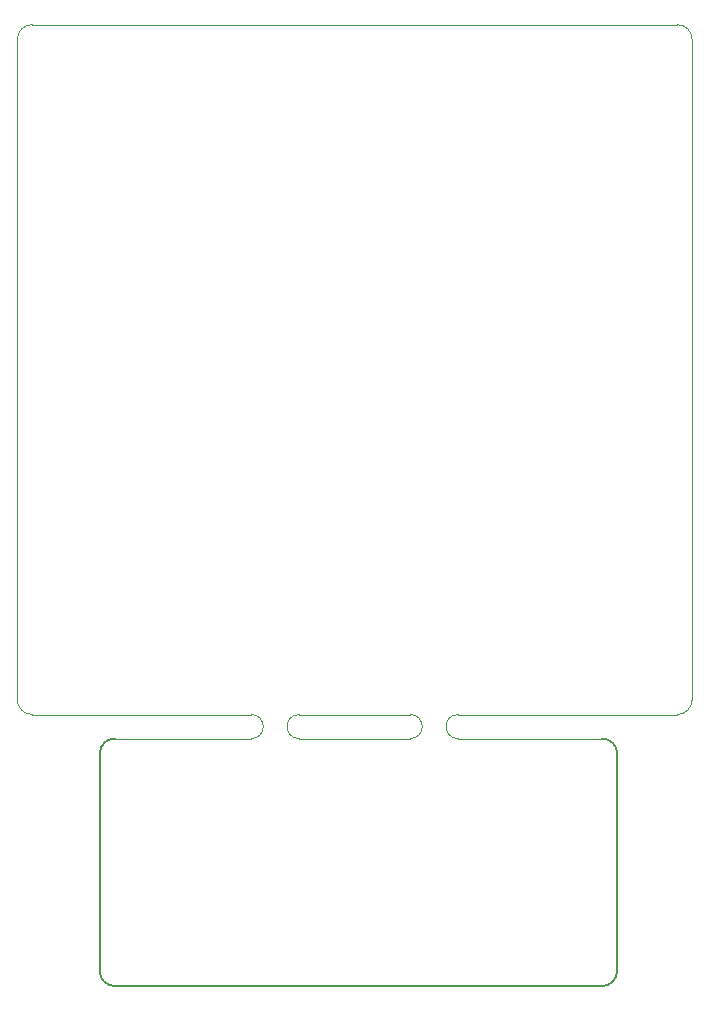
<source format=gbr>
G04 #@! TF.GenerationSoftware,KiCad,Pcbnew,(5.1.6-0-10_14)*
G04 #@! TF.CreationDate,2020-09-02T19:49:47+02:00*
G04 #@! TF.ProjectId,mag-echo,6d61672d-6563-4686-9f2e-6b696361645f,rev?*
G04 #@! TF.SameCoordinates,Original*
G04 #@! TF.FileFunction,Profile,NP*
%FSLAX46Y46*%
G04 Gerber Fmt 4.6, Leading zero omitted, Abs format (unit mm)*
G04 Created by KiCad (PCBNEW (5.1.6-0-10_14)) date 2020-09-02 19:49:47*
%MOMM*%
%LPD*%
G01*
G04 APERTURE LIST*
G04 #@! TA.AperFunction,Profile*
%ADD10C,0.050000*%
G04 #@! TD*
G04 #@! TA.AperFunction,Profile*
%ADD11C,0.150000*%
G04 #@! TD*
G04 APERTURE END LIST*
D10*
X49657000Y-141605000D02*
G75*
G02*
X49657000Y-143637000I0J-1016000D01*
G01*
X53721000Y-143637000D02*
G75*
G02*
X53721000Y-141605000I0J1016000D01*
G01*
X63119000Y-141605000D02*
G75*
G02*
X63119000Y-143637000I0J-1016000D01*
G01*
X67183000Y-143637000D02*
G75*
G02*
X67183000Y-141605000I0J1016000D01*
G01*
X63119000Y-143637000D02*
X53721000Y-143637000D01*
X53721000Y-141605000D02*
X63119000Y-141605000D01*
X49657000Y-143637000D02*
X38100000Y-143637000D01*
X40640000Y-141605000D02*
X49657000Y-141605000D01*
X67183000Y-143637000D02*
X79375000Y-143637000D01*
X85725000Y-141605000D02*
X67183000Y-141605000D01*
X31115000Y-83185000D02*
X85725000Y-83185000D01*
X29845000Y-84455000D02*
X29845000Y-140335000D01*
X40640000Y-141605000D02*
X31115000Y-141605000D01*
X86995000Y-84455000D02*
X86995000Y-140335000D01*
X86995000Y-140335000D02*
G75*
G02*
X85725000Y-141605000I-1270000J0D01*
G01*
X31115000Y-141605000D02*
G75*
G02*
X29845000Y-140335000I0J1270000D01*
G01*
X29845000Y-84455000D02*
G75*
G02*
X31115000Y-83185000I1270000J0D01*
G01*
X85725000Y-83185000D02*
G75*
G02*
X86995000Y-84455000I0J-1270000D01*
G01*
D11*
X36830000Y-162687000D02*
X36830000Y-163322000D01*
X36830000Y-144907000D02*
X36830000Y-162687000D01*
X79375000Y-164592000D02*
X38100000Y-164592000D01*
X80645000Y-144907000D02*
X80645000Y-163322000D01*
X80645000Y-163322000D02*
G75*
G02*
X79375000Y-164592000I-1270000J0D01*
G01*
X38100000Y-164592000D02*
G75*
G02*
X36830000Y-163322000I0J1270000D01*
G01*
X36830000Y-144907000D02*
G75*
G02*
X38100000Y-143637000I1270000J0D01*
G01*
X79375000Y-143637000D02*
G75*
G02*
X80645000Y-144907000I0J-1270000D01*
G01*
M02*

</source>
